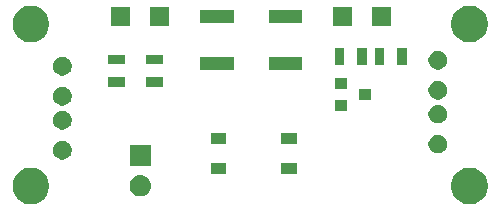
<source format=gbr>
G04 #@! TF.GenerationSoftware,KiCad,Pcbnew,(5.1.2)-2*
G04 #@! TF.CreationDate,2019-06-15T14:58:01+10:00*
G04 #@! TF.ProjectId,USBResetter,55534252-6573-4657-9474-65722e6b6963,rev?*
G04 #@! TF.SameCoordinates,Original*
G04 #@! TF.FileFunction,Soldermask,Top*
G04 #@! TF.FilePolarity,Negative*
%FSLAX46Y46*%
G04 Gerber Fmt 4.6, Leading zero omitted, Abs format (unit mm)*
G04 Created by KiCad (PCBNEW (5.1.2)-2) date 2019-06-15 14:58:01*
%MOMM*%
%LPD*%
G04 APERTURE LIST*
%ADD10C,0.100000*%
G04 APERTURE END LIST*
D10*
G36*
X165372585Y-99438802D02*
G01*
X165522410Y-99468604D01*
X165804674Y-99585521D01*
X166058705Y-99755259D01*
X166274741Y-99971295D01*
X166444479Y-100225326D01*
X166561396Y-100507590D01*
X166621000Y-100807240D01*
X166621000Y-101112760D01*
X166561396Y-101412410D01*
X166444479Y-101694674D01*
X166274741Y-101948705D01*
X166058705Y-102164741D01*
X165804674Y-102334479D01*
X165522410Y-102451396D01*
X165372585Y-102481198D01*
X165222761Y-102511000D01*
X164917239Y-102511000D01*
X164767415Y-102481198D01*
X164617590Y-102451396D01*
X164335326Y-102334479D01*
X164081295Y-102164741D01*
X163865259Y-101948705D01*
X163695521Y-101694674D01*
X163578604Y-101412410D01*
X163519000Y-101112760D01*
X163519000Y-100807240D01*
X163578604Y-100507590D01*
X163695521Y-100225326D01*
X163865259Y-99971295D01*
X164081295Y-99755259D01*
X164335326Y-99585521D01*
X164617590Y-99468604D01*
X164767415Y-99438802D01*
X164917239Y-99409000D01*
X165222761Y-99409000D01*
X165372585Y-99438802D01*
X165372585Y-99438802D01*
G37*
G36*
X128232585Y-99438802D02*
G01*
X128382410Y-99468604D01*
X128664674Y-99585521D01*
X128918705Y-99755259D01*
X129134741Y-99971295D01*
X129304479Y-100225326D01*
X129421396Y-100507590D01*
X129481000Y-100807240D01*
X129481000Y-101112760D01*
X129421396Y-101412410D01*
X129304479Y-101694674D01*
X129134741Y-101948705D01*
X128918705Y-102164741D01*
X128664674Y-102334479D01*
X128382410Y-102451396D01*
X128232585Y-102481198D01*
X128082761Y-102511000D01*
X127777239Y-102511000D01*
X127627415Y-102481198D01*
X127477590Y-102451396D01*
X127195326Y-102334479D01*
X126941295Y-102164741D01*
X126725259Y-101948705D01*
X126555521Y-101694674D01*
X126438604Y-101412410D01*
X126379000Y-101112760D01*
X126379000Y-100807240D01*
X126438604Y-100507590D01*
X126555521Y-100225326D01*
X126725259Y-99971295D01*
X126941295Y-99755259D01*
X127195326Y-99585521D01*
X127477590Y-99468604D01*
X127627415Y-99438802D01*
X127777239Y-99409000D01*
X128082761Y-99409000D01*
X128232585Y-99438802D01*
X128232585Y-99438802D01*
G37*
G36*
X137310443Y-100045519D02*
G01*
X137376627Y-100052037D01*
X137546466Y-100103557D01*
X137702991Y-100187222D01*
X137738729Y-100216552D01*
X137840186Y-100299814D01*
X137923448Y-100401271D01*
X137952778Y-100437009D01*
X138036443Y-100593534D01*
X138087963Y-100763373D01*
X138105359Y-100940000D01*
X138087963Y-101116627D01*
X138036443Y-101286466D01*
X137952778Y-101442991D01*
X137923448Y-101478729D01*
X137840186Y-101580186D01*
X137738729Y-101663448D01*
X137702991Y-101692778D01*
X137546466Y-101776443D01*
X137376627Y-101827963D01*
X137310442Y-101834482D01*
X137244260Y-101841000D01*
X137155740Y-101841000D01*
X137089557Y-101834481D01*
X137023373Y-101827963D01*
X136853534Y-101776443D01*
X136697009Y-101692778D01*
X136661271Y-101663448D01*
X136559814Y-101580186D01*
X136476552Y-101478729D01*
X136447222Y-101442991D01*
X136363557Y-101286466D01*
X136312037Y-101116627D01*
X136294641Y-100940000D01*
X136312037Y-100763373D01*
X136363557Y-100593534D01*
X136447222Y-100437009D01*
X136476552Y-100401271D01*
X136559814Y-100299814D01*
X136661271Y-100216552D01*
X136697009Y-100187222D01*
X136853534Y-100103557D01*
X137023373Y-100052037D01*
X137089557Y-100045519D01*
X137155740Y-100039000D01*
X137244260Y-100039000D01*
X137310443Y-100045519D01*
X137310443Y-100045519D01*
G37*
G36*
X150451000Y-99921000D02*
G01*
X149149000Y-99921000D01*
X149149000Y-99019000D01*
X150451000Y-99019000D01*
X150451000Y-99921000D01*
X150451000Y-99921000D01*
G37*
G36*
X144451000Y-99921000D02*
G01*
X143149000Y-99921000D01*
X143149000Y-99019000D01*
X144451000Y-99019000D01*
X144451000Y-99921000D01*
X144451000Y-99921000D01*
G37*
G36*
X138101000Y-99301000D02*
G01*
X136299000Y-99301000D01*
X136299000Y-97499000D01*
X138101000Y-97499000D01*
X138101000Y-99301000D01*
X138101000Y-99301000D01*
G37*
G36*
X130833642Y-97139781D02*
G01*
X130979414Y-97200162D01*
X130979416Y-97200163D01*
X131110608Y-97287822D01*
X131222178Y-97399392D01*
X131275298Y-97478893D01*
X131309838Y-97530586D01*
X131370219Y-97676358D01*
X131401000Y-97831107D01*
X131401000Y-97988893D01*
X131370219Y-98143642D01*
X131359210Y-98170219D01*
X131309837Y-98289416D01*
X131222178Y-98420608D01*
X131110608Y-98532178D01*
X130979416Y-98619837D01*
X130979415Y-98619838D01*
X130979414Y-98619838D01*
X130833642Y-98680219D01*
X130678893Y-98711000D01*
X130521107Y-98711000D01*
X130366358Y-98680219D01*
X130220586Y-98619838D01*
X130220585Y-98619838D01*
X130220584Y-98619837D01*
X130089392Y-98532178D01*
X129977822Y-98420608D01*
X129890163Y-98289416D01*
X129840790Y-98170219D01*
X129829781Y-98143642D01*
X129799000Y-97988893D01*
X129799000Y-97831107D01*
X129829781Y-97676358D01*
X129890162Y-97530586D01*
X129924702Y-97478893D01*
X129977822Y-97399392D01*
X130089392Y-97287822D01*
X130220584Y-97200163D01*
X130220586Y-97200162D01*
X130366358Y-97139781D01*
X130521107Y-97109000D01*
X130678893Y-97109000D01*
X130833642Y-97139781D01*
X130833642Y-97139781D01*
G37*
G36*
X162633642Y-96629781D02*
G01*
X162779414Y-96690162D01*
X162779416Y-96690163D01*
X162910608Y-96777822D01*
X163022178Y-96889392D01*
X163109837Y-97020584D01*
X163109838Y-97020586D01*
X163170219Y-97166358D01*
X163201000Y-97321107D01*
X163201000Y-97478893D01*
X163170219Y-97633642D01*
X163152525Y-97676358D01*
X163109837Y-97779416D01*
X163022178Y-97910608D01*
X162910608Y-98022178D01*
X162779416Y-98109837D01*
X162779415Y-98109838D01*
X162779414Y-98109838D01*
X162633642Y-98170219D01*
X162478893Y-98201000D01*
X162321107Y-98201000D01*
X162166358Y-98170219D01*
X162020586Y-98109838D01*
X162020585Y-98109838D01*
X162020584Y-98109837D01*
X161889392Y-98022178D01*
X161777822Y-97910608D01*
X161690163Y-97779416D01*
X161647475Y-97676358D01*
X161629781Y-97633642D01*
X161599000Y-97478893D01*
X161599000Y-97321107D01*
X161629781Y-97166358D01*
X161690162Y-97020586D01*
X161690163Y-97020584D01*
X161777822Y-96889392D01*
X161889392Y-96777822D01*
X162020584Y-96690163D01*
X162020586Y-96690162D01*
X162166358Y-96629781D01*
X162321107Y-96599000D01*
X162478893Y-96599000D01*
X162633642Y-96629781D01*
X162633642Y-96629781D01*
G37*
G36*
X144451000Y-97381000D02*
G01*
X143149000Y-97381000D01*
X143149000Y-96479000D01*
X144451000Y-96479000D01*
X144451000Y-97381000D01*
X144451000Y-97381000D01*
G37*
G36*
X150451000Y-97381000D02*
G01*
X149149000Y-97381000D01*
X149149000Y-96479000D01*
X150451000Y-96479000D01*
X150451000Y-97381000D01*
X150451000Y-97381000D01*
G37*
G36*
X130833642Y-94599781D02*
G01*
X130979414Y-94660162D01*
X130979416Y-94660163D01*
X131110608Y-94747822D01*
X131222178Y-94859392D01*
X131275298Y-94938893D01*
X131309838Y-94990586D01*
X131370219Y-95136358D01*
X131401000Y-95291107D01*
X131401000Y-95448893D01*
X131370219Y-95603642D01*
X131359210Y-95630219D01*
X131309837Y-95749416D01*
X131222178Y-95880608D01*
X131110608Y-95992178D01*
X130979416Y-96079837D01*
X130979415Y-96079838D01*
X130979414Y-96079838D01*
X130833642Y-96140219D01*
X130678893Y-96171000D01*
X130521107Y-96171000D01*
X130366358Y-96140219D01*
X130220586Y-96079838D01*
X130220585Y-96079838D01*
X130220584Y-96079837D01*
X130089392Y-95992178D01*
X129977822Y-95880608D01*
X129890163Y-95749416D01*
X129840790Y-95630219D01*
X129829781Y-95603642D01*
X129799000Y-95448893D01*
X129799000Y-95291107D01*
X129829781Y-95136358D01*
X129890162Y-94990586D01*
X129924702Y-94938893D01*
X129977822Y-94859392D01*
X130089392Y-94747822D01*
X130220584Y-94660163D01*
X130220586Y-94660162D01*
X130366358Y-94599781D01*
X130521107Y-94569000D01*
X130678893Y-94569000D01*
X130833642Y-94599781D01*
X130833642Y-94599781D01*
G37*
G36*
X162633642Y-94089781D02*
G01*
X162757295Y-94141000D01*
X162779416Y-94150163D01*
X162910608Y-94237822D01*
X163022178Y-94349392D01*
X163109837Y-94480584D01*
X163109838Y-94480586D01*
X163170219Y-94626358D01*
X163201000Y-94781107D01*
X163201000Y-94938893D01*
X163170219Y-95093642D01*
X163152525Y-95136358D01*
X163109837Y-95239416D01*
X163022178Y-95370608D01*
X162910608Y-95482178D01*
X162779416Y-95569837D01*
X162779415Y-95569838D01*
X162779414Y-95569838D01*
X162633642Y-95630219D01*
X162478893Y-95661000D01*
X162321107Y-95661000D01*
X162166358Y-95630219D01*
X162020586Y-95569838D01*
X162020585Y-95569838D01*
X162020584Y-95569837D01*
X161889392Y-95482178D01*
X161777822Y-95370608D01*
X161690163Y-95239416D01*
X161647475Y-95136358D01*
X161629781Y-95093642D01*
X161599000Y-94938893D01*
X161599000Y-94781107D01*
X161629781Y-94626358D01*
X161690162Y-94480586D01*
X161690163Y-94480584D01*
X161777822Y-94349392D01*
X161889392Y-94237822D01*
X162020584Y-94150163D01*
X162042705Y-94141000D01*
X162166358Y-94089781D01*
X162321107Y-94059000D01*
X162478893Y-94059000D01*
X162633642Y-94089781D01*
X162633642Y-94089781D01*
G37*
G36*
X154701000Y-94601000D02*
G01*
X153699000Y-94601000D01*
X153699000Y-93699000D01*
X154701000Y-93699000D01*
X154701000Y-94601000D01*
X154701000Y-94601000D01*
G37*
G36*
X130833642Y-92569781D02*
G01*
X130979414Y-92630162D01*
X130979416Y-92630163D01*
X131110608Y-92717822D01*
X131222178Y-92829392D01*
X131275298Y-92908893D01*
X131309838Y-92960586D01*
X131370219Y-93106358D01*
X131401000Y-93261107D01*
X131401000Y-93418893D01*
X131370219Y-93573642D01*
X131359210Y-93600219D01*
X131309837Y-93719416D01*
X131222178Y-93850608D01*
X131110608Y-93962178D01*
X130979416Y-94049837D01*
X130979415Y-94049838D01*
X130979414Y-94049838D01*
X130833642Y-94110219D01*
X130678893Y-94141000D01*
X130521107Y-94141000D01*
X130366358Y-94110219D01*
X130220586Y-94049838D01*
X130220585Y-94049838D01*
X130220584Y-94049837D01*
X130089392Y-93962178D01*
X129977822Y-93850608D01*
X129890163Y-93719416D01*
X129840790Y-93600219D01*
X129829781Y-93573642D01*
X129799000Y-93418893D01*
X129799000Y-93261107D01*
X129829781Y-93106358D01*
X129890162Y-92960586D01*
X129924702Y-92908893D01*
X129977822Y-92829392D01*
X130089392Y-92717822D01*
X130220584Y-92630163D01*
X130220586Y-92630162D01*
X130366358Y-92569781D01*
X130521107Y-92539000D01*
X130678893Y-92539000D01*
X130833642Y-92569781D01*
X130833642Y-92569781D01*
G37*
G36*
X156701000Y-93651000D02*
G01*
X155699000Y-93651000D01*
X155699000Y-92749000D01*
X156701000Y-92749000D01*
X156701000Y-93651000D01*
X156701000Y-93651000D01*
G37*
G36*
X162633642Y-92059781D02*
G01*
X162779414Y-92120162D01*
X162779416Y-92120163D01*
X162910608Y-92207822D01*
X163022178Y-92319392D01*
X163109837Y-92450584D01*
X163109838Y-92450586D01*
X163170219Y-92596358D01*
X163201000Y-92751107D01*
X163201000Y-92908893D01*
X163170219Y-93063642D01*
X163152525Y-93106358D01*
X163109837Y-93209416D01*
X163022178Y-93340608D01*
X162910608Y-93452178D01*
X162779416Y-93539837D01*
X162779415Y-93539838D01*
X162779414Y-93539838D01*
X162633642Y-93600219D01*
X162478893Y-93631000D01*
X162321107Y-93631000D01*
X162166358Y-93600219D01*
X162020586Y-93539838D01*
X162020585Y-93539838D01*
X162020584Y-93539837D01*
X161889392Y-93452178D01*
X161777822Y-93340608D01*
X161690163Y-93209416D01*
X161647475Y-93106358D01*
X161629781Y-93063642D01*
X161599000Y-92908893D01*
X161599000Y-92751107D01*
X161629781Y-92596358D01*
X161690162Y-92450586D01*
X161690163Y-92450584D01*
X161777822Y-92319392D01*
X161889392Y-92207822D01*
X162020584Y-92120163D01*
X162020586Y-92120162D01*
X162166358Y-92059781D01*
X162321107Y-92029000D01*
X162478893Y-92029000D01*
X162633642Y-92059781D01*
X162633642Y-92059781D01*
G37*
G36*
X154701000Y-92701000D02*
G01*
X153699000Y-92701000D01*
X153699000Y-91799000D01*
X154701000Y-91799000D01*
X154701000Y-92701000D01*
X154701000Y-92701000D01*
G37*
G36*
X135901000Y-92551000D02*
G01*
X134499000Y-92551000D01*
X134499000Y-91749000D01*
X135901000Y-91749000D01*
X135901000Y-92551000D01*
X135901000Y-92551000D01*
G37*
G36*
X139101000Y-92551000D02*
G01*
X137699000Y-92551000D01*
X137699000Y-91749000D01*
X139101000Y-91749000D01*
X139101000Y-92551000D01*
X139101000Y-92551000D01*
G37*
G36*
X130833642Y-90029781D02*
G01*
X130979414Y-90090162D01*
X130979416Y-90090163D01*
X131110608Y-90177822D01*
X131222178Y-90289392D01*
X131275298Y-90368893D01*
X131309838Y-90420586D01*
X131370219Y-90566358D01*
X131401000Y-90721107D01*
X131401000Y-90878893D01*
X131370219Y-91033642D01*
X131309838Y-91179414D01*
X131309837Y-91179416D01*
X131222178Y-91310608D01*
X131110608Y-91422178D01*
X130979416Y-91509837D01*
X130979415Y-91509838D01*
X130979414Y-91509838D01*
X130833642Y-91570219D01*
X130678893Y-91601000D01*
X130521107Y-91601000D01*
X130366358Y-91570219D01*
X130220586Y-91509838D01*
X130220585Y-91509838D01*
X130220584Y-91509837D01*
X130089392Y-91422178D01*
X129977822Y-91310608D01*
X129890163Y-91179416D01*
X129890162Y-91179414D01*
X129829781Y-91033642D01*
X129799000Y-90878893D01*
X129799000Y-90721107D01*
X129829781Y-90566358D01*
X129890162Y-90420586D01*
X129924702Y-90368893D01*
X129977822Y-90289392D01*
X130089392Y-90177822D01*
X130220584Y-90090163D01*
X130220586Y-90090162D01*
X130366358Y-90029781D01*
X130521107Y-89999000D01*
X130678893Y-89999000D01*
X130833642Y-90029781D01*
X130833642Y-90029781D01*
G37*
G36*
X150906000Y-91151000D02*
G01*
X148054000Y-91151000D01*
X148054000Y-90049000D01*
X150906000Y-90049000D01*
X150906000Y-91151000D01*
X150906000Y-91151000D01*
G37*
G36*
X145146000Y-91151000D02*
G01*
X142294000Y-91151000D01*
X142294000Y-90049000D01*
X145146000Y-90049000D01*
X145146000Y-91151000D01*
X145146000Y-91151000D01*
G37*
G36*
X162633642Y-89519781D02*
G01*
X162779414Y-89580162D01*
X162779416Y-89580163D01*
X162910608Y-89667822D01*
X163022178Y-89779392D01*
X163068688Y-89849000D01*
X163109838Y-89910586D01*
X163170219Y-90056358D01*
X163201000Y-90211107D01*
X163201000Y-90368893D01*
X163170219Y-90523642D01*
X163152525Y-90566358D01*
X163109837Y-90669416D01*
X163022178Y-90800608D01*
X162910608Y-90912178D01*
X162779416Y-90999837D01*
X162779415Y-90999838D01*
X162779414Y-90999838D01*
X162633642Y-91060219D01*
X162478893Y-91091000D01*
X162321107Y-91091000D01*
X162166358Y-91060219D01*
X162020586Y-90999838D01*
X162020585Y-90999838D01*
X162020584Y-90999837D01*
X161889392Y-90912178D01*
X161777822Y-90800608D01*
X161690163Y-90669416D01*
X161647475Y-90566358D01*
X161629781Y-90523642D01*
X161599000Y-90368893D01*
X161599000Y-90211107D01*
X161629781Y-90056358D01*
X161690162Y-89910586D01*
X161731312Y-89849000D01*
X161777822Y-89779392D01*
X161889392Y-89667822D01*
X162020584Y-89580163D01*
X162020586Y-89580162D01*
X162166358Y-89519781D01*
X162321107Y-89489000D01*
X162478893Y-89489000D01*
X162633642Y-89519781D01*
X162633642Y-89519781D01*
G37*
G36*
X154451000Y-90701000D02*
G01*
X153649000Y-90701000D01*
X153649000Y-89299000D01*
X154451000Y-89299000D01*
X154451000Y-90701000D01*
X154451000Y-90701000D01*
G37*
G36*
X159751000Y-90701000D02*
G01*
X158949000Y-90701000D01*
X158949000Y-89299000D01*
X159751000Y-89299000D01*
X159751000Y-90701000D01*
X159751000Y-90701000D01*
G37*
G36*
X156351000Y-90701000D02*
G01*
X155549000Y-90701000D01*
X155549000Y-89299000D01*
X156351000Y-89299000D01*
X156351000Y-90701000D01*
X156351000Y-90701000D01*
G37*
G36*
X157851000Y-90701000D02*
G01*
X157049000Y-90701000D01*
X157049000Y-89299000D01*
X157851000Y-89299000D01*
X157851000Y-90701000D01*
X157851000Y-90701000D01*
G37*
G36*
X135901000Y-90651000D02*
G01*
X134499000Y-90651000D01*
X134499000Y-89849000D01*
X135901000Y-89849000D01*
X135901000Y-90651000D01*
X135901000Y-90651000D01*
G37*
G36*
X139101000Y-90651000D02*
G01*
X137699000Y-90651000D01*
X137699000Y-89849000D01*
X139101000Y-89849000D01*
X139101000Y-90651000D01*
X139101000Y-90651000D01*
G37*
G36*
X165372585Y-85718802D02*
G01*
X165522410Y-85748604D01*
X165804674Y-85865521D01*
X166058705Y-86035259D01*
X166274741Y-86251295D01*
X166444479Y-86505326D01*
X166561396Y-86787590D01*
X166621000Y-87087240D01*
X166621000Y-87392760D01*
X166561396Y-87692410D01*
X166444479Y-87974674D01*
X166274741Y-88228705D01*
X166058705Y-88444741D01*
X165804674Y-88614479D01*
X165522410Y-88731396D01*
X165372585Y-88761198D01*
X165222761Y-88791000D01*
X164917239Y-88791000D01*
X164767415Y-88761198D01*
X164617590Y-88731396D01*
X164335326Y-88614479D01*
X164081295Y-88444741D01*
X163865259Y-88228705D01*
X163695521Y-87974674D01*
X163578604Y-87692410D01*
X163519000Y-87392760D01*
X163519000Y-87087240D01*
X163578604Y-86787590D01*
X163695521Y-86505326D01*
X163865259Y-86251295D01*
X164081295Y-86035259D01*
X164335326Y-85865521D01*
X164617590Y-85748604D01*
X164767415Y-85718802D01*
X164917239Y-85689000D01*
X165222761Y-85689000D01*
X165372585Y-85718802D01*
X165372585Y-85718802D01*
G37*
G36*
X128232585Y-85718802D02*
G01*
X128382410Y-85748604D01*
X128664674Y-85865521D01*
X128918705Y-86035259D01*
X129134741Y-86251295D01*
X129304479Y-86505326D01*
X129421396Y-86787590D01*
X129481000Y-87087240D01*
X129481000Y-87392760D01*
X129421396Y-87692410D01*
X129304479Y-87974674D01*
X129134741Y-88228705D01*
X128918705Y-88444741D01*
X128664674Y-88614479D01*
X128382410Y-88731396D01*
X128232585Y-88761198D01*
X128082761Y-88791000D01*
X127777239Y-88791000D01*
X127627415Y-88761198D01*
X127477590Y-88731396D01*
X127195326Y-88614479D01*
X126941295Y-88444741D01*
X126725259Y-88228705D01*
X126555521Y-87974674D01*
X126438604Y-87692410D01*
X126379000Y-87392760D01*
X126379000Y-87087240D01*
X126438604Y-86787590D01*
X126555521Y-86505326D01*
X126725259Y-86251295D01*
X126941295Y-86035259D01*
X127195326Y-85865521D01*
X127477590Y-85748604D01*
X127627415Y-85718802D01*
X127777239Y-85689000D01*
X128082761Y-85689000D01*
X128232585Y-85718802D01*
X128232585Y-85718802D01*
G37*
G36*
X158451000Y-87401000D02*
G01*
X156849000Y-87401000D01*
X156849000Y-85799000D01*
X158451000Y-85799000D01*
X158451000Y-87401000D01*
X158451000Y-87401000D01*
G37*
G36*
X139651000Y-87401000D02*
G01*
X138049000Y-87401000D01*
X138049000Y-85799000D01*
X139651000Y-85799000D01*
X139651000Y-87401000D01*
X139651000Y-87401000D01*
G37*
G36*
X136351000Y-87401000D02*
G01*
X134749000Y-87401000D01*
X134749000Y-85799000D01*
X136351000Y-85799000D01*
X136351000Y-87401000D01*
X136351000Y-87401000D01*
G37*
G36*
X155151000Y-87401000D02*
G01*
X153549000Y-87401000D01*
X153549000Y-85799000D01*
X155151000Y-85799000D01*
X155151000Y-87401000D01*
X155151000Y-87401000D01*
G37*
G36*
X150906000Y-87151000D02*
G01*
X148054000Y-87151000D01*
X148054000Y-86049000D01*
X150906000Y-86049000D01*
X150906000Y-87151000D01*
X150906000Y-87151000D01*
G37*
G36*
X145146000Y-87151000D02*
G01*
X142294000Y-87151000D01*
X142294000Y-86049000D01*
X145146000Y-86049000D01*
X145146000Y-87151000D01*
X145146000Y-87151000D01*
G37*
M02*

</source>
